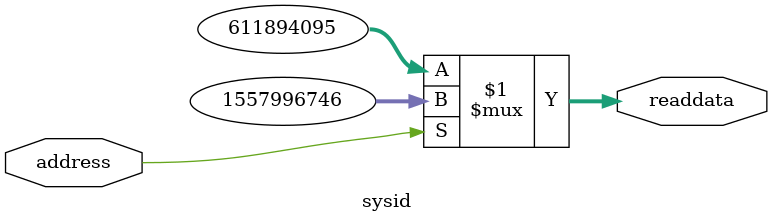
<source format=v>

`timescale 1ns / 1ps
// synthesis translate_on

// turn off superfluous verilog processor warnings 
// altera message_level Level1 
// altera message_off 10034 10035 10036 10037 10230 10240 10030 

module sysid (
               // inputs:
                address,

               // outputs:
                readdata
             )
;

  output  [ 31: 0] readdata;
  input            address;

  wire    [ 31: 0] readdata;
  //control_slave, which is an e_avalon_slave
  assign readdata = address ? 1557996746 : 611894095;

endmodule


</source>
